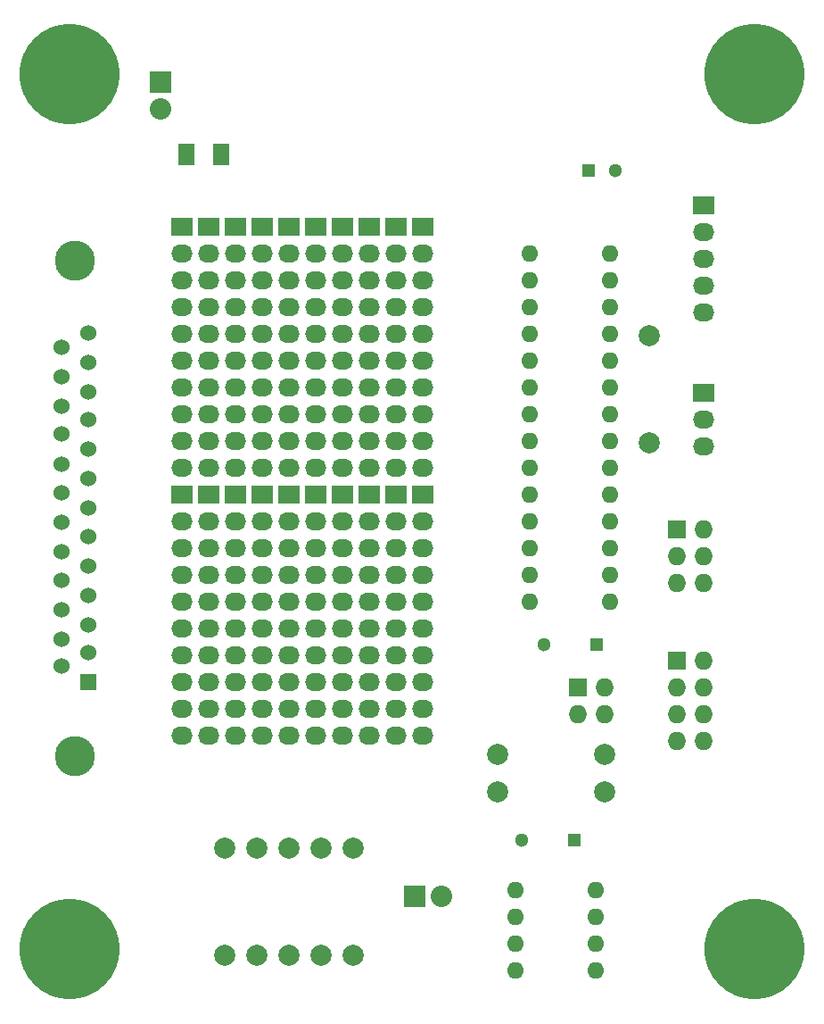
<source format=gts>
G04 #@! TF.FileFunction,Soldermask,Top*
%FSLAX46Y46*%
G04 Gerber Fmt 4.6, Leading zero omitted, Abs format (unit mm)*
G04 Created by KiCad (PCBNEW 4.0.1-stable) date 12/26/2016 8:09:41 PM*
%MOMM*%
G01*
G04 APERTURE LIST*
%ADD10C,0.150000*%
%ADD11O,1.600000X1.600000*%
%ADD12C,9.525000*%
%ADD13R,1.524000X2.032000*%
%ADD14R,2.032000X2.032000*%
%ADD15O,2.032000X2.032000*%
%ADD16R,1.300000X1.300000*%
%ADD17C,1.300000*%
%ADD18R,1.727200X1.727200*%
%ADD19O,1.727200X1.727200*%
%ADD20R,2.032000X1.727200*%
%ADD21O,2.032000X1.727200*%
%ADD22C,1.998980*%
%ADD23C,3.810000*%
%ADD24R,1.524000X1.524000*%
%ADD25C,1.524000*%
G04 APERTURE END LIST*
D10*
D11*
X59690000Y-33020000D03*
X59690000Y-35560000D03*
X59690000Y-38100000D03*
X59690000Y-40640000D03*
X59690000Y-43180000D03*
X59690000Y-45720000D03*
X59690000Y-48260000D03*
X59690000Y-50800000D03*
X59690000Y-53340000D03*
X59690000Y-55880000D03*
X59690000Y-58420000D03*
X59690000Y-60960000D03*
X59690000Y-63500000D03*
X59690000Y-66040000D03*
X67310000Y-66040000D03*
X67310000Y-63500000D03*
X67310000Y-60960000D03*
X67310000Y-58420000D03*
X67310000Y-55880000D03*
X67310000Y-53340000D03*
X67310000Y-50800000D03*
X67310000Y-48260000D03*
X67310000Y-45720000D03*
X67310000Y-43180000D03*
X67310000Y-40640000D03*
X67310000Y-38100000D03*
X67310000Y-35560000D03*
X67310000Y-33020000D03*
D12*
X16000000Y-16000000D03*
X81000000Y-16000000D03*
X16000000Y-99000000D03*
X81000000Y-99000000D03*
D13*
X30353000Y-23622000D03*
X27051000Y-23622000D03*
D14*
X48768000Y-93980000D03*
D15*
X51308000Y-93980000D03*
D16*
X66040000Y-70104000D03*
D17*
X61040000Y-70104000D03*
D16*
X63881000Y-88646000D03*
D17*
X58881000Y-88646000D03*
D11*
X58293000Y-93345000D03*
X58293000Y-95885000D03*
X58293000Y-98425000D03*
X58293000Y-100965000D03*
X65913000Y-100965000D03*
X65913000Y-98425000D03*
X65913000Y-95885000D03*
X65913000Y-93345000D03*
D18*
X73660000Y-71628000D03*
D19*
X76200000Y-71628000D03*
X73660000Y-74168000D03*
X76200000Y-74168000D03*
X73660000Y-76708000D03*
X76200000Y-76708000D03*
X73660000Y-79248000D03*
X76200000Y-79248000D03*
D20*
X76200000Y-28448000D03*
D21*
X76200000Y-30988000D03*
X76200000Y-33528000D03*
X76200000Y-36068000D03*
X76200000Y-38608000D03*
D22*
X66802000Y-80518000D03*
X56642000Y-80518000D03*
X66802000Y-84074000D03*
X56642000Y-84074000D03*
X71000000Y-51000000D03*
X71000000Y-40840000D03*
X39878000Y-89408000D03*
X39878000Y-99568000D03*
X42926000Y-99568000D03*
X42926000Y-89408000D03*
X33782000Y-99568000D03*
X33782000Y-89408000D03*
X36830000Y-99568000D03*
X36830000Y-89408000D03*
D18*
X64262000Y-74168000D03*
D19*
X66802000Y-74168000D03*
X64262000Y-76708000D03*
X66802000Y-76708000D03*
D16*
X65278000Y-25146000D03*
D17*
X67778000Y-25146000D03*
D23*
X16510000Y-33655000D03*
X16510000Y-80645000D03*
D24*
X17780000Y-73660000D03*
D25*
X17780000Y-70866000D03*
X17780000Y-68199000D03*
X17780000Y-65405000D03*
X17780000Y-62611000D03*
X17780000Y-59817000D03*
X17780000Y-57150000D03*
X17780000Y-54356000D03*
X17780000Y-51562000D03*
X17780000Y-48768000D03*
X17780000Y-46101000D03*
X17780000Y-43307000D03*
X17780000Y-40513000D03*
X15240000Y-72085200D03*
X15240000Y-69545200D03*
X15240000Y-66751200D03*
X15240000Y-64008000D03*
X15240000Y-61264800D03*
X15240000Y-58470800D03*
X15240000Y-55727600D03*
X15240000Y-52984400D03*
X15240000Y-50139600D03*
X15240000Y-47447200D03*
X15240000Y-44704000D03*
X15240000Y-41910000D03*
D20*
X41910000Y-30480000D03*
D21*
X41910000Y-33020000D03*
X41910000Y-35560000D03*
X41910000Y-38100000D03*
X41910000Y-40640000D03*
X41910000Y-43180000D03*
X41910000Y-45720000D03*
X41910000Y-48260000D03*
X41910000Y-50800000D03*
X41910000Y-53340000D03*
D20*
X44450000Y-55880000D03*
D21*
X44450000Y-58420000D03*
X44450000Y-60960000D03*
X44450000Y-63500000D03*
X44450000Y-66040000D03*
X44450000Y-68580000D03*
X44450000Y-71120000D03*
X44450000Y-73660000D03*
X44450000Y-76200000D03*
X44450000Y-78740000D03*
D20*
X46990000Y-30480000D03*
D21*
X46990000Y-33020000D03*
X46990000Y-35560000D03*
X46990000Y-38100000D03*
X46990000Y-40640000D03*
X46990000Y-43180000D03*
X46990000Y-45720000D03*
X46990000Y-48260000D03*
X46990000Y-50800000D03*
X46990000Y-53340000D03*
D20*
X46990000Y-55880000D03*
D21*
X46990000Y-58420000D03*
X46990000Y-60960000D03*
X46990000Y-63500000D03*
X46990000Y-66040000D03*
X46990000Y-68580000D03*
X46990000Y-71120000D03*
X46990000Y-73660000D03*
X46990000Y-76200000D03*
X46990000Y-78740000D03*
D20*
X44450000Y-30480000D03*
D21*
X44450000Y-33020000D03*
X44450000Y-35560000D03*
X44450000Y-38100000D03*
X44450000Y-40640000D03*
X44450000Y-43180000D03*
X44450000Y-45720000D03*
X44450000Y-48260000D03*
X44450000Y-50800000D03*
X44450000Y-53340000D03*
D20*
X41910000Y-55880000D03*
D21*
X41910000Y-58420000D03*
X41910000Y-60960000D03*
X41910000Y-63500000D03*
X41910000Y-66040000D03*
X41910000Y-68580000D03*
X41910000Y-71120000D03*
X41910000Y-73660000D03*
X41910000Y-76200000D03*
X41910000Y-78740000D03*
D20*
X31750000Y-55880000D03*
D21*
X31750000Y-58420000D03*
X31750000Y-60960000D03*
X31750000Y-63500000D03*
X31750000Y-66040000D03*
X31750000Y-68580000D03*
X31750000Y-71120000D03*
X31750000Y-73660000D03*
X31750000Y-76200000D03*
X31750000Y-78740000D03*
D20*
X34290000Y-30480000D03*
D21*
X34290000Y-33020000D03*
X34290000Y-35560000D03*
X34290000Y-38100000D03*
X34290000Y-40640000D03*
X34290000Y-43180000D03*
X34290000Y-45720000D03*
X34290000Y-48260000D03*
X34290000Y-50800000D03*
X34290000Y-53340000D03*
D20*
X29210000Y-55880000D03*
D21*
X29210000Y-58420000D03*
X29210000Y-60960000D03*
X29210000Y-63500000D03*
X29210000Y-66040000D03*
X29210000Y-68580000D03*
X29210000Y-71120000D03*
X29210000Y-73660000D03*
X29210000Y-76200000D03*
X29210000Y-78740000D03*
D20*
X29210000Y-30480000D03*
D21*
X29210000Y-33020000D03*
X29210000Y-35560000D03*
X29210000Y-38100000D03*
X29210000Y-40640000D03*
X29210000Y-43180000D03*
X29210000Y-45720000D03*
X29210000Y-48260000D03*
X29210000Y-50800000D03*
X29210000Y-53340000D03*
D20*
X31750000Y-30480000D03*
D21*
X31750000Y-33020000D03*
X31750000Y-35560000D03*
X31750000Y-38100000D03*
X31750000Y-40640000D03*
X31750000Y-43180000D03*
X31750000Y-45720000D03*
X31750000Y-48260000D03*
X31750000Y-50800000D03*
X31750000Y-53340000D03*
D20*
X34290000Y-55880000D03*
D21*
X34290000Y-58420000D03*
X34290000Y-60960000D03*
X34290000Y-63500000D03*
X34290000Y-66040000D03*
X34290000Y-68580000D03*
X34290000Y-71120000D03*
X34290000Y-73660000D03*
X34290000Y-76200000D03*
X34290000Y-78740000D03*
D20*
X39370000Y-55880000D03*
D21*
X39370000Y-58420000D03*
X39370000Y-60960000D03*
X39370000Y-63500000D03*
X39370000Y-66040000D03*
X39370000Y-68580000D03*
X39370000Y-71120000D03*
X39370000Y-73660000D03*
X39370000Y-76200000D03*
X39370000Y-78740000D03*
D20*
X39370000Y-30480000D03*
D21*
X39370000Y-33020000D03*
X39370000Y-35560000D03*
X39370000Y-38100000D03*
X39370000Y-40640000D03*
X39370000Y-43180000D03*
X39370000Y-45720000D03*
X39370000Y-48260000D03*
X39370000Y-50800000D03*
X39370000Y-53340000D03*
D20*
X36830000Y-30480000D03*
D21*
X36830000Y-33020000D03*
X36830000Y-35560000D03*
X36830000Y-38100000D03*
X36830000Y-40640000D03*
X36830000Y-43180000D03*
X36830000Y-45720000D03*
X36830000Y-48260000D03*
X36830000Y-50800000D03*
X36830000Y-53340000D03*
D20*
X36830000Y-55880000D03*
D21*
X36830000Y-58420000D03*
X36830000Y-60960000D03*
X36830000Y-63500000D03*
X36830000Y-66040000D03*
X36830000Y-68580000D03*
X36830000Y-71120000D03*
X36830000Y-73660000D03*
X36830000Y-76200000D03*
X36830000Y-78740000D03*
D20*
X26670000Y-30480000D03*
D21*
X26670000Y-33020000D03*
X26670000Y-35560000D03*
X26670000Y-38100000D03*
X26670000Y-40640000D03*
X26670000Y-43180000D03*
X26670000Y-45720000D03*
X26670000Y-48260000D03*
X26670000Y-50800000D03*
X26670000Y-53340000D03*
D20*
X26670000Y-55880000D03*
D21*
X26670000Y-58420000D03*
X26670000Y-60960000D03*
X26670000Y-63500000D03*
X26670000Y-66040000D03*
X26670000Y-68580000D03*
X26670000Y-71120000D03*
X26670000Y-73660000D03*
X26670000Y-76200000D03*
X26670000Y-78740000D03*
D20*
X49530000Y-55880000D03*
D21*
X49530000Y-58420000D03*
X49530000Y-60960000D03*
X49530000Y-63500000D03*
X49530000Y-66040000D03*
X49530000Y-68580000D03*
X49530000Y-71120000D03*
X49530000Y-73660000D03*
X49530000Y-76200000D03*
X49530000Y-78740000D03*
D20*
X49530000Y-30480000D03*
D21*
X49530000Y-33020000D03*
X49530000Y-35560000D03*
X49530000Y-38100000D03*
X49530000Y-40640000D03*
X49530000Y-43180000D03*
X49530000Y-45720000D03*
X49530000Y-48260000D03*
X49530000Y-50800000D03*
X49530000Y-53340000D03*
D20*
X76200000Y-46228000D03*
D21*
X76200000Y-48768000D03*
X76200000Y-51308000D03*
D14*
X24638000Y-16764000D03*
D15*
X24638000Y-19304000D03*
D18*
X73660000Y-59182000D03*
D19*
X76200000Y-59182000D03*
X73660000Y-61722000D03*
X76200000Y-61722000D03*
X73660000Y-64262000D03*
X76200000Y-64262000D03*
D22*
X30734000Y-99568000D03*
X30734000Y-89408000D03*
M02*

</source>
